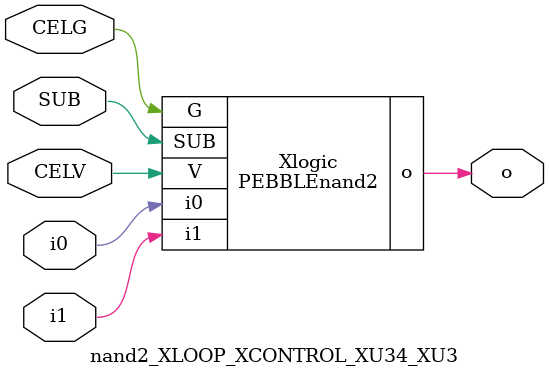
<source format=v>



module PEBBLEnand2 ( o, G, SUB, V, i0, i1 );

  input i0;
  input V;
  input i1;
  input G;
  output o;
  input SUB;
endmodule

//Celera Confidential Do Not Copy nand2_XLOOP_XCONTROL_XU34_XU3
//Celera Confidential Symbol Generator
//5V NAND2
module nand2_XLOOP_XCONTROL_XU34_XU3 (CELV,CELG,i0,i1,o,SUB);
input CELV;
input CELG;
input i0;
input i1;
input SUB;
output o;

//Celera Confidential Do Not Copy nand2
PEBBLEnand2 Xlogic(
.V (CELV),
.i0 (i0),
.i1 (i1),
.o (o),
.SUB (SUB),
.G (CELG)
);
//,diesize,PEBBLEnand2

//Celera Confidential Do Not Copy Module End
//Celera Schematic Generator
endmodule

</source>
